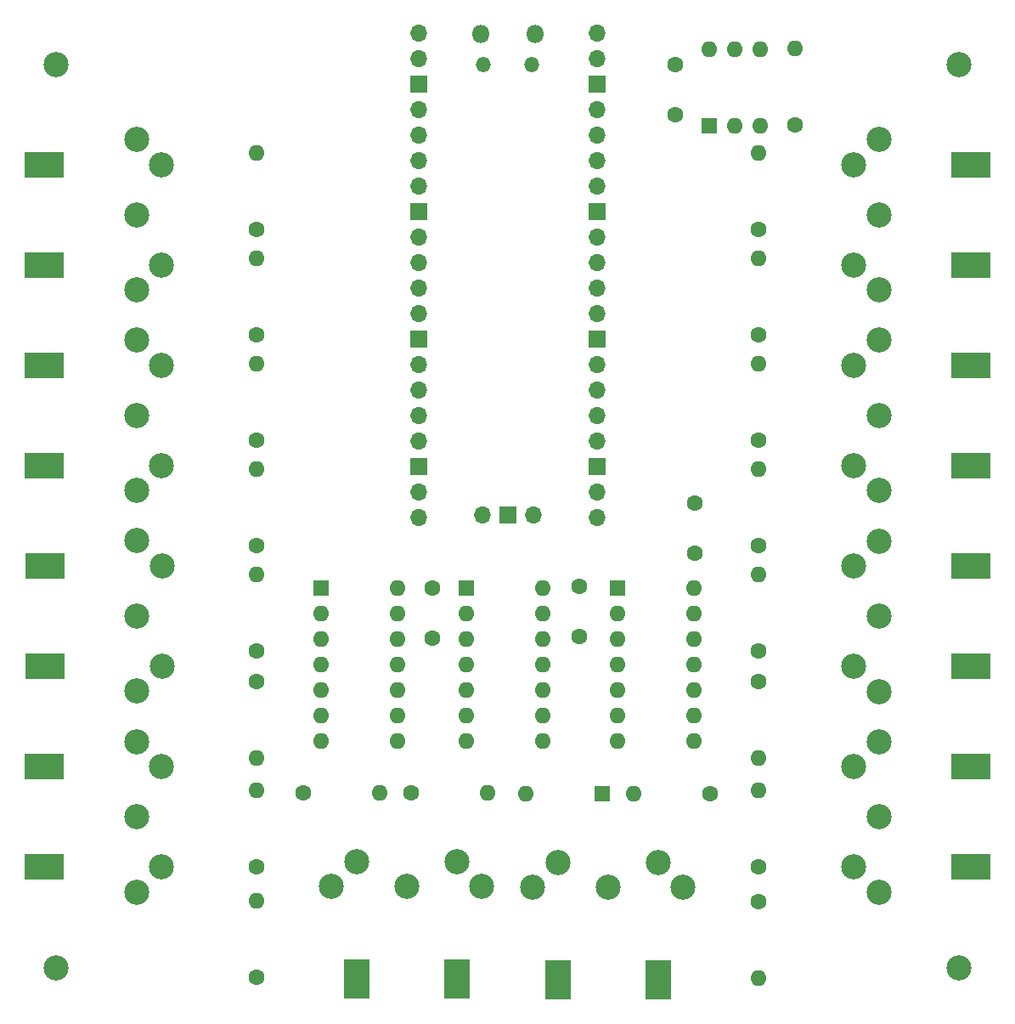
<source format=gbr>
%TF.GenerationSoftware,KiCad,Pcbnew,(6.0.5)*%
%TF.CreationDate,2022-08-29T14:43:18+01:00*%
%TF.ProjectId,PicoMIDISplitter,5069636f-4d49-4444-9953-706c69747465,rev?*%
%TF.SameCoordinates,Original*%
%TF.FileFunction,Soldermask,Bot*%
%TF.FilePolarity,Negative*%
%FSLAX46Y46*%
G04 Gerber Fmt 4.6, Leading zero omitted, Abs format (unit mm)*
G04 Created by KiCad (PCBNEW (6.0.5)) date 2022-08-29 14:43:18*
%MOMM*%
%LPD*%
G01*
G04 APERTURE LIST*
%ADD10R,1.600000X1.600000*%
%ADD11O,1.600000X1.600000*%
%ADD12C,1.600000*%
%ADD13O,1.800000X1.800000*%
%ADD14O,1.500000X1.500000*%
%ADD15O,1.700000X1.700000*%
%ADD16R,1.700000X1.700000*%
%ADD17C,2.499360*%
%ADD18R,2.500000X4.000000*%
%ADD19C,2.500000*%
%ADD20R,4.000000X2.500000*%
G04 APERTURE END LIST*
D10*
%TO.C,U5*%
X120106200Y-51171000D03*
D11*
X122646200Y-51171000D03*
X125186200Y-51171000D03*
X125186200Y-43551000D03*
X122646200Y-43551000D03*
X120106200Y-43551000D03*
%TD*%
D12*
%TO.C,R20*%
X128625600Y-51079400D03*
D11*
X128625600Y-43459400D03*
%TD*%
D12*
%TO.C,R19*%
X120142000Y-117678200D03*
D11*
X112522000Y-117678200D03*
%TD*%
%TO.C,U3*%
X118526400Y-97200800D03*
X118526400Y-99740800D03*
X118526400Y-102280800D03*
X118526400Y-104820800D03*
X118526400Y-107360800D03*
X118526400Y-109900800D03*
X118526400Y-112440800D03*
X110906400Y-112440800D03*
X110906400Y-109900800D03*
X110906400Y-107360800D03*
X110906400Y-104820800D03*
X110906400Y-102280800D03*
X110906400Y-99740800D03*
D10*
X110906400Y-97200800D03*
%TD*%
%TO.C,U2*%
X95895000Y-97200800D03*
D11*
X95895000Y-99740800D03*
X95895000Y-102280800D03*
X95895000Y-104820800D03*
X95895000Y-107360800D03*
X95895000Y-109900800D03*
X95895000Y-112440800D03*
X103515000Y-112440800D03*
X103515000Y-109900800D03*
X103515000Y-107360800D03*
X103515000Y-104820800D03*
X103515000Y-102280800D03*
X103515000Y-99740800D03*
X103515000Y-97200800D03*
%TD*%
D10*
%TO.C,U1*%
X81391600Y-97200800D03*
D11*
X81391600Y-99740800D03*
X81391600Y-102280800D03*
X81391600Y-104820800D03*
X81391600Y-107360800D03*
X81391600Y-109900800D03*
X81391600Y-112440800D03*
X89011600Y-112440800D03*
X89011600Y-109900800D03*
X89011600Y-107360800D03*
X89011600Y-104820800D03*
X89011600Y-102280800D03*
X89011600Y-99740800D03*
X89011600Y-97200800D03*
%TD*%
D12*
%TO.C,R12*%
X125000000Y-125000000D03*
D11*
X125000000Y-117380000D03*
%TD*%
D12*
%TO.C,R11*%
X75000000Y-136000000D03*
D11*
X75000000Y-128380000D03*
%TD*%
D12*
%TO.C,R10*%
X90347800Y-117602000D03*
D11*
X97967800Y-117602000D03*
%TD*%
D12*
%TO.C,R6*%
X125000000Y-128400000D03*
D11*
X125000000Y-136020000D03*
%TD*%
D12*
%TO.C,R18*%
X125000000Y-61500000D03*
D11*
X125000000Y-53880000D03*
%TD*%
D12*
%TO.C,R17*%
X125000000Y-82500000D03*
D11*
X125000000Y-74880000D03*
%TD*%
D12*
%TO.C,R5*%
X75000000Y-125000000D03*
D11*
X75000000Y-117380000D03*
%TD*%
D12*
%TO.C,R4*%
X79654400Y-117576600D03*
D11*
X87274400Y-117576600D03*
%TD*%
D12*
%TO.C,R9*%
X75000000Y-93000000D03*
D11*
X75000000Y-85380000D03*
%TD*%
%TO.C,R8*%
X75000000Y-64380000D03*
D12*
X75000000Y-72000000D03*
%TD*%
%TO.C,R16*%
X125000000Y-103500000D03*
D11*
X125000000Y-95880000D03*
%TD*%
D12*
%TO.C,R15*%
X125000000Y-72000000D03*
D11*
X125000000Y-64380000D03*
%TD*%
D12*
%TO.C,R3*%
X75000000Y-82500000D03*
D11*
X75000000Y-74880000D03*
%TD*%
D12*
%TO.C,R2*%
X75000000Y-61500000D03*
D11*
X75000000Y-53880000D03*
%TD*%
D12*
%TO.C,R1*%
X75000000Y-103500000D03*
D11*
X75000000Y-95880000D03*
%TD*%
D12*
%TO.C,R7*%
X75000000Y-106500000D03*
D11*
X75000000Y-114120000D03*
%TD*%
D12*
%TO.C,R14*%
X125000000Y-93000000D03*
D11*
X125000000Y-85380000D03*
%TD*%
D12*
%TO.C,R13*%
X125000000Y-106500000D03*
D11*
X125000000Y-114120000D03*
%TD*%
D10*
%TO.C,D1*%
X109423200Y-117678200D03*
D11*
X101803200Y-117678200D03*
%TD*%
D12*
%TO.C,C2*%
X107111800Y-102017200D03*
X107111800Y-97017200D03*
%TD*%
%TO.C,C1*%
X92481400Y-97195000D03*
X92481400Y-102195000D03*
%TD*%
%TO.C,C3*%
X118668800Y-93711400D03*
X118668800Y-88711400D03*
%TD*%
%TO.C,C4*%
X116713000Y-44998000D03*
X116713000Y-49998000D03*
%TD*%
D13*
%TO.C,U4*%
X102725000Y-42000000D03*
X97275000Y-42000000D03*
D14*
X97575000Y-45030000D03*
X102425000Y-45030000D03*
D15*
X91110000Y-41870000D03*
X91110000Y-44410000D03*
D16*
X91110000Y-46950000D03*
D15*
X91110000Y-49490000D03*
X91110000Y-52030000D03*
X91110000Y-54570000D03*
X91110000Y-57110000D03*
D16*
X91110000Y-59650000D03*
D15*
X91110000Y-62190000D03*
X91110000Y-64730000D03*
X91110000Y-67270000D03*
X91110000Y-69810000D03*
D16*
X91110000Y-72350000D03*
D15*
X91110000Y-74890000D03*
X91110000Y-77430000D03*
X91110000Y-79970000D03*
X91110000Y-82510000D03*
D16*
X91110000Y-85050000D03*
D15*
X91110000Y-87590000D03*
X91110000Y-90130000D03*
X108890000Y-90130000D03*
X108890000Y-87590000D03*
D16*
X108890000Y-85050000D03*
D15*
X108890000Y-82510000D03*
X108890000Y-79970000D03*
X108890000Y-77430000D03*
X108890000Y-74890000D03*
D16*
X108890000Y-72350000D03*
D15*
X108890000Y-69810000D03*
X108890000Y-67270000D03*
X108890000Y-64730000D03*
X108890000Y-62190000D03*
D16*
X108890000Y-59650000D03*
D15*
X108890000Y-57110000D03*
X108890000Y-54570000D03*
X108890000Y-52030000D03*
X108890000Y-49490000D03*
D16*
X108890000Y-46950000D03*
D15*
X108890000Y-44410000D03*
X108890000Y-41870000D03*
X97460000Y-89900000D03*
D16*
X100000000Y-89900000D03*
D15*
X102540000Y-89900000D03*
%TD*%
D17*
%TO.C,J10*%
X102501920Y-127002800D03*
X114996180Y-124500900D03*
X110000000Y-127000260D03*
X117498080Y-127002800D03*
X105003820Y-124500900D03*
D18*
X115001260Y-136197700D03*
X104998740Y-136197700D03*
%TD*%
D19*
%TO.C,H1*%
X55000000Y-45000000D03*
%TD*%
D17*
%TO.C,J9*%
X137002800Y-67498080D03*
X134500900Y-55003820D03*
X137000260Y-60000000D03*
X137002800Y-52501920D03*
X134500900Y-64996180D03*
D20*
X146197700Y-54998740D03*
X146197700Y-65001260D03*
%TD*%
D17*
%TO.C,J8*%
X137002800Y-87498080D03*
X134500900Y-75003820D03*
X137000260Y-80000000D03*
X137002800Y-72501920D03*
X134500900Y-84996180D03*
D20*
X146197700Y-74998740D03*
X146197700Y-85001260D03*
%TD*%
D17*
%TO.C,J7*%
X137002800Y-107498080D03*
X134500900Y-95003820D03*
X137000260Y-100000000D03*
X137002800Y-92501920D03*
X134500900Y-104996180D03*
D20*
X146197700Y-94998740D03*
X146197700Y-105001260D03*
%TD*%
D18*
%TO.C,J4*%
X84914740Y-136144100D03*
X94917260Y-136144100D03*
D17*
X97414080Y-126949200D03*
X89916000Y-126946660D03*
X82417920Y-126949200D03*
X94912180Y-124447300D03*
X84919820Y-124447300D03*
%TD*%
D19*
%TO.C,H2*%
X55000000Y-135000000D03*
%TD*%
D20*
%TO.C,J2*%
X53802300Y-65001260D03*
X53802300Y-54998740D03*
D17*
X62997200Y-67498080D03*
X62999740Y-60000000D03*
X62997200Y-52501920D03*
X65499100Y-64996180D03*
X65499100Y-55003820D03*
%TD*%
D20*
%TO.C,J5*%
X53802300Y-114998740D03*
X53802300Y-125001260D03*
D17*
X62997200Y-127498080D03*
X62999740Y-120000000D03*
X62997200Y-112501920D03*
X65499100Y-124996180D03*
X65499100Y-115003820D03*
%TD*%
D20*
%TO.C,J3*%
X53802300Y-85001260D03*
X53802300Y-74998740D03*
D17*
X62997200Y-87498080D03*
X62999740Y-80000000D03*
X62997200Y-72501920D03*
X65499100Y-84996180D03*
X65499100Y-75003820D03*
%TD*%
D19*
%TO.C,H3*%
X145000000Y-45000000D03*
%TD*%
%TO.C,H4*%
X145000000Y-135000000D03*
%TD*%
D20*
%TO.C,J1*%
X53847900Y-104975660D03*
X53847900Y-94973140D03*
D17*
X63042800Y-107472480D03*
X63045340Y-99974400D03*
X63042800Y-92476320D03*
X65544700Y-104970580D03*
X65544700Y-94978220D03*
%TD*%
D20*
%TO.C,J6*%
X146197700Y-114998740D03*
X146197700Y-125001260D03*
D17*
X137002800Y-112501920D03*
X137000260Y-120000000D03*
X137002800Y-127498080D03*
X134500900Y-115003820D03*
X134500900Y-124996180D03*
%TD*%
M02*

</source>
